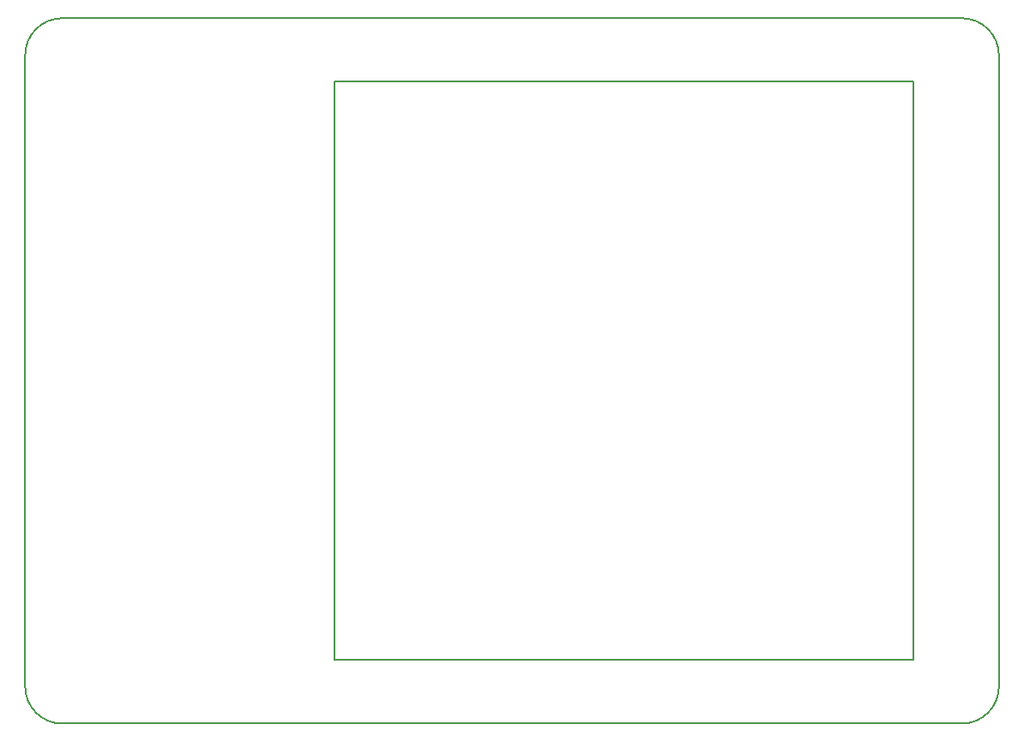
<source format=gm1>
G04 #@! TF.GenerationSoftware,KiCad,Pcbnew,(5.1.10-1-10_14)*
G04 #@! TF.CreationDate,2021-09-27T01:33:29+08:00*
G04 #@! TF.ProjectId,SMP top plate v.2 ,534d5020-746f-4702-9070-6c6174652076,rev?*
G04 #@! TF.SameCoordinates,Original*
G04 #@! TF.FileFunction,Profile,NP*
%FSLAX46Y46*%
G04 Gerber Fmt 4.6, Leading zero omitted, Abs format (unit mm)*
G04 Created by KiCad (PCBNEW (5.1.10-1-10_14)) date 2021-09-27 01:33:29*
%MOMM*%
%LPD*%
G01*
G04 APERTURE LIST*
G04 #@! TA.AperFunction,Profile*
%ADD10C,0.150000*%
G04 #@! TD*
G04 APERTURE END LIST*
D10*
X119824500Y-71648320D02*
X119824500Y-128798320D01*
X176974500Y-71648320D02*
X119824500Y-71648320D01*
X176974500Y-128798320D02*
X176974500Y-71648320D01*
X119824500Y-128798320D02*
X176974500Y-128798320D01*
X92919800Y-65374520D02*
X181737000Y-65374520D01*
X185394600Y-131414520D02*
X185394600Y-69032120D01*
X92919800Y-135072120D02*
X181737000Y-135072120D01*
X89262200Y-131414520D02*
X89262200Y-69032120D01*
X89262200Y-69032120D02*
G75*
G02*
X92919800Y-65374520I3657600J0D01*
G01*
X181737000Y-65374520D02*
G75*
G02*
X185394600Y-69032120I0J-3657600D01*
G01*
X185394600Y-131414520D02*
G75*
G02*
X181737000Y-135072120I-3657600J0D01*
G01*
X92919800Y-135072120D02*
G75*
G02*
X89262200Y-131414520I0J3657600D01*
G01*
M02*

</source>
